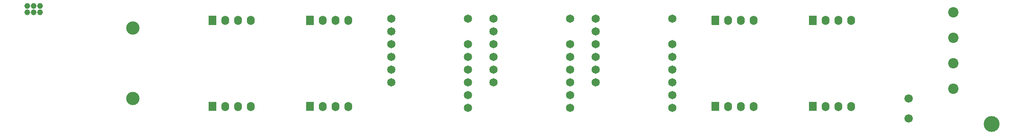
<source format=gbs>
%TF.GenerationSoftware,KiCad,Pcbnew,(5.1.8)-1*%
%TF.CreationDate,2022-07-19T09:06:55+02:00*%
%TF.ProjectId,Hardware,48617264-7761-4726-952e-6b696361645f,rev?*%
%TF.SameCoordinates,Original*%
%TF.FileFunction,Soldermask,Bot*%
%TF.FilePolarity,Negative*%
%FSLAX46Y46*%
G04 Gerber Fmt 4.6, Leading zero omitted, Abs format (unit mm)*
G04 Created by KiCad (PCBNEW (5.1.8)-1) date 2022-07-19 09:06:55*
%MOMM*%
%LPD*%
G01*
G04 APERTURE LIST*
%ADD10C,1.651000*%
%ADD11C,1.152400*%
%ADD12C,1.676400*%
%ADD13C,2.057400*%
%ADD14O,1.552400X1.852400*%
%ADD15C,2.652400*%
%ADD16C,3.152400*%
G04 APERTURE END LIST*
D10*
%TO.C,LED4*%
X142240000Y-100965000D03*
X142240000Y-103505000D03*
X142240000Y-106045000D03*
X142240000Y-108585000D03*
X142240000Y-111125000D03*
X142240000Y-113665000D03*
X157480000Y-118745000D03*
X157480000Y-116205000D03*
X157480000Y-113665000D03*
X157480000Y-111125000D03*
X157480000Y-108585000D03*
X157480000Y-106045000D03*
X157480000Y-100965000D03*
%TD*%
%TO.C,LED3*%
X121920000Y-100965000D03*
X121920000Y-103505000D03*
X121920000Y-106045000D03*
X121920000Y-108585000D03*
X121920000Y-111125000D03*
X121920000Y-113665000D03*
X137160000Y-118745000D03*
X137160000Y-116205000D03*
X137160000Y-113665000D03*
X137160000Y-111125000D03*
X137160000Y-108585000D03*
X137160000Y-106045000D03*
X137160000Y-100965000D03*
%TD*%
%TO.C,LED2*%
X101600000Y-100965000D03*
X101600000Y-103505000D03*
X101600000Y-106045000D03*
X101600000Y-108585000D03*
X101600000Y-111125000D03*
X101600000Y-113665000D03*
X116840000Y-118745000D03*
X116840000Y-116205000D03*
X116840000Y-113665000D03*
X116840000Y-111125000D03*
X116840000Y-108585000D03*
X116840000Y-106045000D03*
X116840000Y-100965000D03*
%TD*%
D11*
%TO.C,J1*%
X29210000Y-99695000D03*
X29210000Y-98425000D03*
X30480000Y-99695000D03*
X30480000Y-98425000D03*
X31750000Y-99695000D03*
X31750000Y-98425000D03*
%TD*%
D12*
%TO.C,BZ1*%
X204470000Y-120840000D03*
X204470000Y-116840000D03*
%TD*%
D13*
%TO.C,J10*%
X213360000Y-114935000D03*
X213360000Y-109855000D03*
X213360000Y-104775000D03*
X213360000Y-99695000D03*
%TD*%
D14*
%TO.C,J9*%
X193040000Y-101282500D03*
X190500000Y-101282500D03*
X187960000Y-101282500D03*
G36*
G01*
X186120000Y-102208700D02*
X184720000Y-102208700D01*
G75*
G02*
X184643800Y-102132500I0J76200D01*
G01*
X184643800Y-100432500D01*
G75*
G02*
X184720000Y-100356300I76200J0D01*
G01*
X186120000Y-100356300D01*
G75*
G02*
X186196200Y-100432500I0J-76200D01*
G01*
X186196200Y-102132500D01*
G75*
G02*
X186120000Y-102208700I-76200J0D01*
G01*
G37*
%TD*%
%TO.C,J8*%
X193040000Y-118427500D03*
X190500000Y-118427500D03*
X187960000Y-118427500D03*
G36*
G01*
X186120000Y-119353700D02*
X184720000Y-119353700D01*
G75*
G02*
X184643800Y-119277500I0J76200D01*
G01*
X184643800Y-117577500D01*
G75*
G02*
X184720000Y-117501300I76200J0D01*
G01*
X186120000Y-117501300D01*
G75*
G02*
X186196200Y-117577500I0J-76200D01*
G01*
X186196200Y-119277500D01*
G75*
G02*
X186120000Y-119353700I-76200J0D01*
G01*
G37*
%TD*%
%TO.C,J7*%
X173672500Y-101282500D03*
X171132500Y-101282500D03*
X168592500Y-101282500D03*
G36*
G01*
X166752500Y-102208700D02*
X165352500Y-102208700D01*
G75*
G02*
X165276300Y-102132500I0J76200D01*
G01*
X165276300Y-100432500D01*
G75*
G02*
X165352500Y-100356300I76200J0D01*
G01*
X166752500Y-100356300D01*
G75*
G02*
X166828700Y-100432500I0J-76200D01*
G01*
X166828700Y-102132500D01*
G75*
G02*
X166752500Y-102208700I-76200J0D01*
G01*
G37*
%TD*%
%TO.C,J6*%
X173672500Y-118427500D03*
X171132500Y-118427500D03*
X168592500Y-118427500D03*
G36*
G01*
X166752500Y-119353700D02*
X165352500Y-119353700D01*
G75*
G02*
X165276300Y-119277500I0J76200D01*
G01*
X165276300Y-117577500D01*
G75*
G02*
X165352500Y-117501300I76200J0D01*
G01*
X166752500Y-117501300D01*
G75*
G02*
X166828700Y-117577500I0J-76200D01*
G01*
X166828700Y-119277500D01*
G75*
G02*
X166752500Y-119353700I-76200J0D01*
G01*
G37*
%TD*%
%TO.C,J5*%
X93027500Y-101282500D03*
X90487500Y-101282500D03*
X87947500Y-101282500D03*
G36*
G01*
X86107500Y-102208700D02*
X84707500Y-102208700D01*
G75*
G02*
X84631300Y-102132500I0J76200D01*
G01*
X84631300Y-100432500D01*
G75*
G02*
X84707500Y-100356300I76200J0D01*
G01*
X86107500Y-100356300D01*
G75*
G02*
X86183700Y-100432500I0J-76200D01*
G01*
X86183700Y-102132500D01*
G75*
G02*
X86107500Y-102208700I-76200J0D01*
G01*
G37*
%TD*%
%TO.C,J4*%
X93027500Y-118427500D03*
X90487500Y-118427500D03*
X87947500Y-118427500D03*
G36*
G01*
X86107500Y-119353700D02*
X84707500Y-119353700D01*
G75*
G02*
X84631300Y-119277500I0J76200D01*
G01*
X84631300Y-117577500D01*
G75*
G02*
X84707500Y-117501300I76200J0D01*
G01*
X86107500Y-117501300D01*
G75*
G02*
X86183700Y-117577500I0J-76200D01*
G01*
X86183700Y-119277500D01*
G75*
G02*
X86107500Y-119353700I-76200J0D01*
G01*
G37*
%TD*%
%TO.C,J3*%
X73660000Y-101282500D03*
X71120000Y-101282500D03*
X68580000Y-101282500D03*
G36*
G01*
X66740000Y-102208700D02*
X65340000Y-102208700D01*
G75*
G02*
X65263800Y-102132500I0J76200D01*
G01*
X65263800Y-100432500D01*
G75*
G02*
X65340000Y-100356300I76200J0D01*
G01*
X66740000Y-100356300D01*
G75*
G02*
X66816200Y-100432500I0J-76200D01*
G01*
X66816200Y-102132500D01*
G75*
G02*
X66740000Y-102208700I-76200J0D01*
G01*
G37*
%TD*%
%TO.C,J2*%
X73660000Y-118427500D03*
X71120000Y-118427500D03*
X68580000Y-118427500D03*
G36*
G01*
X66740000Y-119353700D02*
X65340000Y-119353700D01*
G75*
G02*
X65263800Y-119277500I0J76200D01*
G01*
X65263800Y-117577500D01*
G75*
G02*
X65340000Y-117501300I76200J0D01*
G01*
X66740000Y-117501300D01*
G75*
G02*
X66816200Y-117577500I0J-76200D01*
G01*
X66816200Y-119277500D01*
G75*
G02*
X66740000Y-119353700I-76200J0D01*
G01*
G37*
%TD*%
D15*
%TO.C,LED1*%
X50165000Y-102840000D03*
X50165000Y-116840000D03*
%TD*%
D16*
%TO.C,H1*%
X220980000Y-121920000D03*
%TD*%
M02*

</source>
